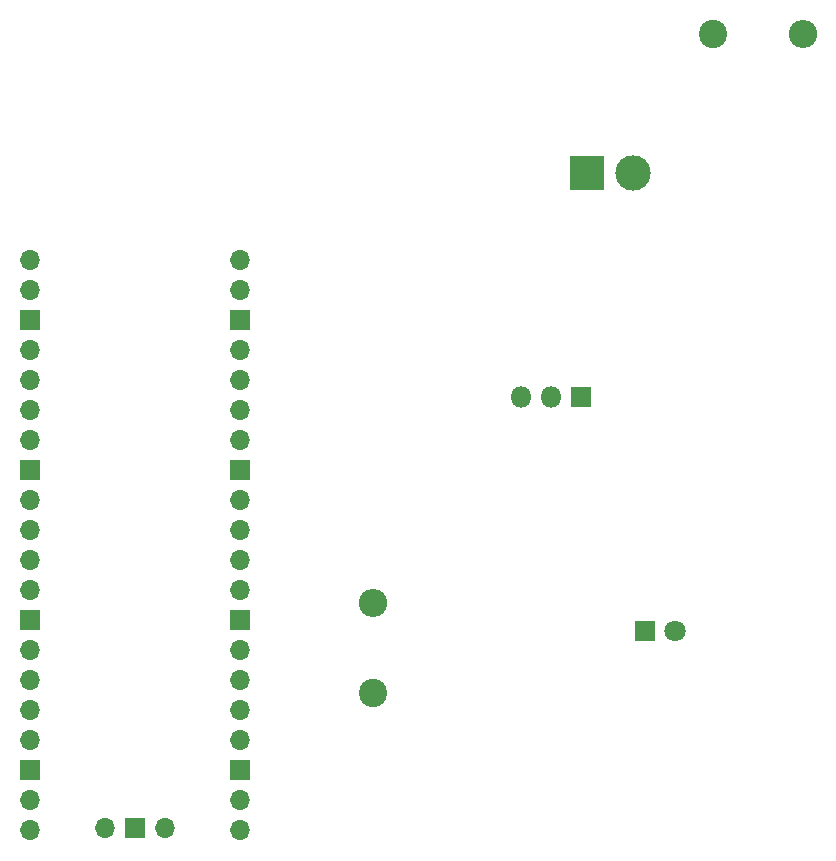
<source format=gbr>
%TF.GenerationSoftware,KiCad,Pcbnew,8.0.0*%
%TF.CreationDate,2024-03-27T17:07:57-03:00*%
%TF.ProjectId,primeiro,7072696d-6569-4726-9f2e-6b696361645f,rev?*%
%TF.SameCoordinates,Original*%
%TF.FileFunction,Copper,L2,Bot*%
%TF.FilePolarity,Positive*%
%FSLAX46Y46*%
G04 Gerber Fmt 4.6, Leading zero omitted, Abs format (unit mm)*
G04 Created by KiCad (PCBNEW 8.0.0) date 2024-03-27 17:07:57*
%MOMM*%
%LPD*%
G01*
G04 APERTURE LIST*
%TA.AperFunction,ComponentPad*%
%ADD10C,2.400000*%
%TD*%
%TA.AperFunction,ComponentPad*%
%ADD11O,2.400000X2.400000*%
%TD*%
%TA.AperFunction,ComponentPad*%
%ADD12R,1.800000X1.800000*%
%TD*%
%TA.AperFunction,ComponentPad*%
%ADD13O,1.800000X1.800000*%
%TD*%
%TA.AperFunction,ComponentPad*%
%ADD14O,1.700000X1.700000*%
%TD*%
%TA.AperFunction,ComponentPad*%
%ADD15R,1.700000X1.700000*%
%TD*%
%TA.AperFunction,ComponentPad*%
%ADD16C,3.000000*%
%TD*%
%TA.AperFunction,ComponentPad*%
%ADD17R,3.000000X3.000000*%
%TD*%
%TA.AperFunction,ComponentPad*%
%ADD18C,1.800000*%
%TD*%
G04 APERTURE END LIST*
D10*
%TO.P,R2,1*%
%TO.N,VCC*%
X178715000Y-39500000D03*
D11*
%TO.P,R2,2*%
%TO.N,Net-(D1-A)*%
X186335000Y-39500000D03*
%TD*%
D12*
%TO.P,Q1,1,E*%
%TO.N,GND*%
X167540000Y-70250000D03*
D13*
%TO.P,Q1,2,C*%
%TO.N,Net-(D1-K)*%
X165000000Y-70250000D03*
%TO.P,Q1,3,B*%
%TO.N,Net-(D1-A)*%
X162460000Y-70250000D03*
%TD*%
D14*
%TO.P,U2,43,SWDIO*%
%TO.N,unconnected-(U2-SWDIO-Pad43)*%
X132355000Y-106685000D03*
D15*
%TO.P,U2,42,GND*%
%TO.N,unconnected-(U2-GND-Pad42)*%
X129815000Y-106685000D03*
D14*
%TO.P,U2,41,SWCLK*%
%TO.N,unconnected-(U2-SWCLK-Pad41)*%
X127275000Y-106685000D03*
%TO.P,U2,40,VBUS*%
%TO.N,unconnected-(U2-VBUS-Pad40)*%
X138705000Y-58655000D03*
%TO.P,U2,39,VSYS*%
%TO.N,VCC*%
X138705000Y-61195000D03*
D15*
%TO.P,U2,38,GND*%
%TO.N,GND*%
X138705000Y-63735000D03*
D14*
%TO.P,U2,37,3V3_EN*%
%TO.N,unconnected-(U2-3V3_EN-Pad37)*%
X138705000Y-66275000D03*
%TO.P,U2,36,3V3*%
%TO.N,unconnected-(U2-3V3-Pad36)*%
X138705000Y-68815000D03*
%TO.P,U2,35,ADC_VREF*%
%TO.N,unconnected-(U2-ADC_VREF-Pad35)*%
X138705000Y-71355000D03*
%TO.P,U2,34,GPIO28_ADC2*%
%TO.N,unconnected-(U2-GPIO28_ADC2-Pad34)*%
X138705000Y-73895000D03*
D15*
%TO.P,U2,33,AGND*%
%TO.N,unconnected-(U2-AGND-Pad33)*%
X138705000Y-76435000D03*
D14*
%TO.P,U2,32,GPIO27_ADC1*%
%TO.N,unconnected-(U2-GPIO27_ADC1-Pad32)*%
X138705000Y-78975000D03*
%TO.P,U2,31,GPIO26_ADC0*%
%TO.N,unconnected-(U2-GPIO26_ADC0-Pad31)*%
X138705000Y-81515000D03*
%TO.P,U2,30,RUN*%
%TO.N,unconnected-(U2-RUN-Pad30)*%
X138705000Y-84055000D03*
%TO.P,U2,29,GPIO22*%
%TO.N,Net-(U2-GPIO22)*%
X138705000Y-86595000D03*
D15*
%TO.P,U2,28,GND*%
%TO.N,unconnected-(U2-GND-Pad28)*%
X138705000Y-89135000D03*
D14*
%TO.P,U2,27,GPIO21*%
%TO.N,unconnected-(U2-GPIO21-Pad27)*%
X138705000Y-91675000D03*
%TO.P,U2,26,GPIO20*%
%TO.N,unconnected-(U2-GPIO20-Pad26)*%
X138705000Y-94215000D03*
%TO.P,U2,25,GPIO19*%
%TO.N,unconnected-(U2-GPIO19-Pad25)*%
X138705000Y-96755000D03*
%TO.P,U2,24,GPIO18*%
%TO.N,unconnected-(U2-GPIO18-Pad24)*%
X138705000Y-99295000D03*
D15*
%TO.P,U2,23,GND*%
%TO.N,unconnected-(U2-GND-Pad23)*%
X138705000Y-101835000D03*
D14*
%TO.P,U2,22,GPIO17*%
%TO.N,unconnected-(U2-GPIO17-Pad22)*%
X138705000Y-104375000D03*
%TO.P,U2,21,GPIO16*%
%TO.N,unconnected-(U2-GPIO16-Pad21)*%
X138705000Y-106915000D03*
%TO.P,U2,20,GPIO15*%
%TO.N,unconnected-(U2-GPIO15-Pad20)*%
X120925000Y-106915000D03*
%TO.P,U2,19,GPIO14*%
%TO.N,unconnected-(U2-GPIO14-Pad19)*%
X120925000Y-104375000D03*
D15*
%TO.P,U2,18,GND*%
%TO.N,unconnected-(U2-GND-Pad18)*%
X120925000Y-101835000D03*
D14*
%TO.P,U2,17,GPIO13*%
%TO.N,unconnected-(U2-GPIO13-Pad17)*%
X120925000Y-99295000D03*
%TO.P,U2,16,GPIO12*%
%TO.N,unconnected-(U2-GPIO12-Pad16)*%
X120925000Y-96755000D03*
%TO.P,U2,15,GPIO11*%
%TO.N,unconnected-(U2-GPIO11-Pad15)*%
X120925000Y-94215000D03*
%TO.P,U2,14,GPIO10*%
%TO.N,unconnected-(U2-GPIO10-Pad14)*%
X120925000Y-91675000D03*
D15*
%TO.P,U2,13,GND*%
%TO.N,unconnected-(U2-GND-Pad13)*%
X120925000Y-89135000D03*
D14*
%TO.P,U2,12,GPIO9*%
%TO.N,unconnected-(U2-GPIO9-Pad12)*%
X120925000Y-86595000D03*
%TO.P,U2,11,GPIO8*%
%TO.N,unconnected-(U2-GPIO8-Pad11)*%
X120925000Y-84055000D03*
%TO.P,U2,10,GPIO7*%
%TO.N,unconnected-(U2-GPIO7-Pad10)*%
X120925000Y-81515000D03*
%TO.P,U2,9,GPIO6*%
%TO.N,unconnected-(U2-GPIO6-Pad9)*%
X120925000Y-78975000D03*
D15*
%TO.P,U2,8,GND*%
%TO.N,unconnected-(U2-GND-Pad8)*%
X120925000Y-76435000D03*
D14*
%TO.P,U2,7,GPIO5*%
%TO.N,unconnected-(U2-GPIO5-Pad7)*%
X120925000Y-73895000D03*
%TO.P,U2,6,GPIO4*%
%TO.N,unconnected-(U2-GPIO4-Pad6)*%
X120925000Y-71355000D03*
%TO.P,U2,5,GPIO3*%
%TO.N,unconnected-(U2-GPIO3-Pad5)*%
X120925000Y-68815000D03*
%TO.P,U2,4,GPIO2*%
%TO.N,unconnected-(U2-GPIO2-Pad4)*%
X120925000Y-66275000D03*
D15*
%TO.P,U2,3,GND*%
%TO.N,unconnected-(U2-GND-Pad3)*%
X120925000Y-63735000D03*
D14*
%TO.P,U2,2,GPIO1*%
%TO.N,unconnected-(U2-GPIO1-Pad2)*%
X120925000Y-61195000D03*
%TO.P,U2,1,GPIO0*%
%TO.N,unconnected-(U2-GPIO0-Pad1)*%
X120925000Y-58655000D03*
%TD*%
D11*
%TO.P,R1,2*%
%TO.N,Net-(U2-GPIO22)*%
X150000000Y-87665000D03*
D10*
%TO.P,R1,1*%
%TO.N,Net-(D1-A)*%
X150000000Y-95285000D03*
%TD*%
D16*
%TO.P,J1,2,Pin_2*%
%TO.N,GND*%
X171972500Y-51250000D03*
D17*
%TO.P,J1,1,Pin_1*%
%TO.N,VCC*%
X168092500Y-51250000D03*
%TD*%
D12*
%TO.P,D1,1,K*%
%TO.N,Net-(D1-K)*%
X173000000Y-90000000D03*
D18*
%TO.P,D1,2,A*%
%TO.N,Net-(D1-A)*%
X175540000Y-90000000D03*
%TD*%
M02*

</source>
